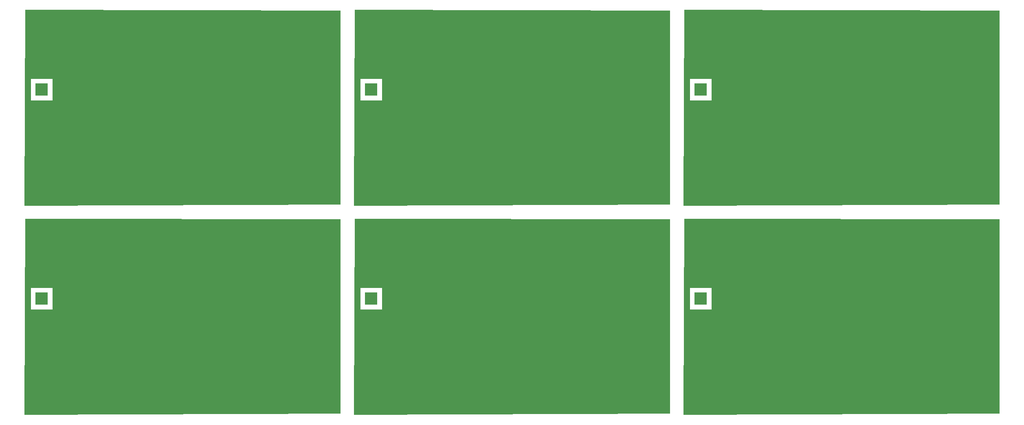
<source format=gbl>
G04 Layer_Physical_Order=2*
G04 Layer_Color=16711680*
%FSAX44Y44*%
%MOMM*%
G71*
G01*
G75*
%ADD19R,2.5000X2.5000*%
%ADD20C,3.0000*%
G36*
X00939480Y00706260D02*
Y00302260D01*
X00283382Y00299264D01*
X00282484Y00300162D01*
X00284480Y00707260D01*
X00939480Y00706260D01*
D02*
G37*
%LPC*%
G36*
X00340980Y00563760D02*
X00295980D01*
Y00518760D01*
X00340980D01*
Y00563760D01*
D02*
G37*
%LPD*%
G36*
X01624480Y00706260D02*
Y00302260D01*
X00968382Y00299264D01*
X00967484Y00300162D01*
X00969480Y00707260D01*
X01624480Y00706260D01*
D02*
G37*
%LPC*%
G36*
X01025980Y00563760D02*
X00980980D01*
Y00518760D01*
X01025980D01*
Y00563760D01*
D02*
G37*
%LPD*%
G36*
X02309480Y00706260D02*
Y00302260D01*
X01653382Y00299264D01*
X01652484Y00300162D01*
X01654480Y00707260D01*
X02309480Y00706260D01*
D02*
G37*
%LPC*%
G36*
X01710980Y00563760D02*
X01665980D01*
Y00518760D01*
X01710980D01*
Y00563760D01*
D02*
G37*
%LPD*%
G36*
X00939480Y01141260D02*
Y00737260D01*
X00283382Y00734264D01*
X00282484Y00735162D01*
X00284480Y01142260D01*
X00939480Y01141260D01*
D02*
G37*
%LPC*%
G36*
X00340980Y00998760D02*
X00295980D01*
Y00953760D01*
X00340980D01*
Y00998760D01*
D02*
G37*
%LPD*%
G36*
X01624480Y01141260D02*
Y00737260D01*
X00968382Y00734264D01*
X00967484Y00735162D01*
X00969480Y01142260D01*
X01624480Y01141260D01*
D02*
G37*
%LPC*%
G36*
X01025980Y00998760D02*
X00980980D01*
Y00953760D01*
X01025980D01*
Y00998760D01*
D02*
G37*
%LPD*%
G36*
X02309480Y01141260D02*
Y00737260D01*
X01653382Y00734264D01*
X01652484Y00735162D01*
X01654480Y01142260D01*
X02309480Y01141260D01*
D02*
G37*
%LPC*%
G36*
X01710980Y00998760D02*
X01665980D01*
Y00953760D01*
X01710980D01*
Y00998760D01*
D02*
G37*
%LPD*%
D19*
X00318480Y00541260D02*
D03*
Y00591260D02*
D03*
Y00976260D02*
D03*
Y01026260D02*
D03*
X01003480Y00541260D02*
D03*
Y00591260D02*
D03*
Y00976260D02*
D03*
Y01026260D02*
D03*
X01688480Y00541260D02*
D03*
Y00591260D02*
D03*
Y00976260D02*
D03*
Y01026260D02*
D03*
D20*
X00494480Y00332260D02*
D03*
X00714480D02*
D03*
X00909480D02*
D03*
X01179480D02*
D03*
X01399480D02*
D03*
X01594480D02*
D03*
X01864480D02*
D03*
X02084480D02*
D03*
X02279480D02*
D03*
X01969480Y00623260D02*
D03*
X02084480Y00767260D02*
D03*
X02279480D02*
D03*
X01969480Y01058260D02*
D03*
X01864480Y00767260D02*
D03*
X01594480D02*
D03*
X01399480D02*
D03*
X01284480Y00623260D02*
D03*
X01179480Y00767260D02*
D03*
X01284480Y01058260D02*
D03*
X00909480Y00767260D02*
D03*
X00714480D02*
D03*
X00599480Y00623260D02*
D03*
X00494480Y00767260D02*
D03*
X00599480Y01058260D02*
D03*
M02*

</source>
